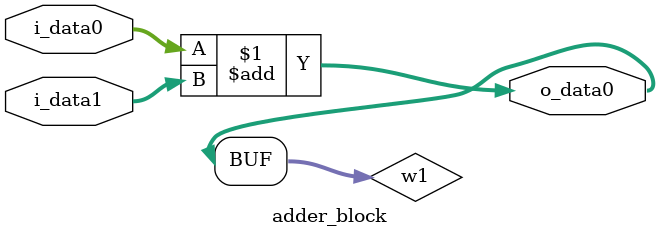
<source format=v>
module adder_block (
    i_data0,
    i_data1,
    o_data0
);

  // Port mode declarations:
  input   [31:0] i_data0, i_data1;
  output  [31:0] o_data0;

  //Adder:
  wire [31:0] w1;
  assign w1 = i_data0 + i_data1;
  assign o_data0 = w1;

endmodule
</source>
